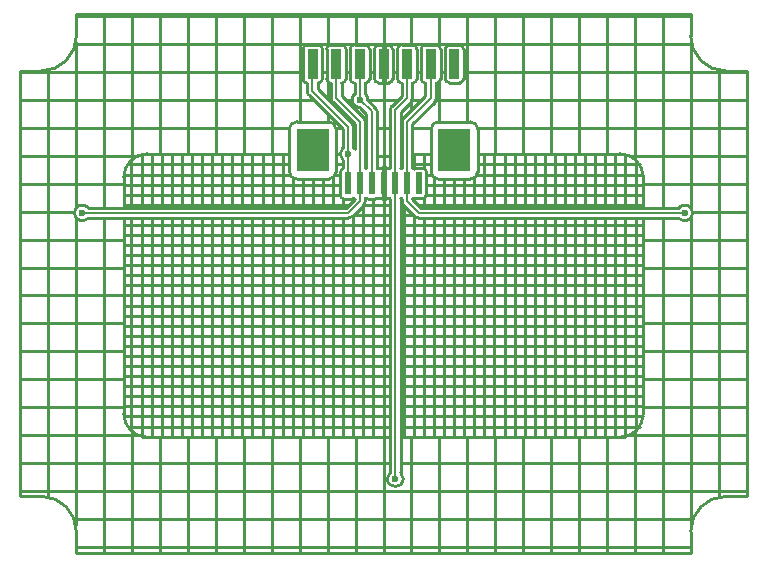
<source format=gbr>
G04 GENERATED BY PULSONIX 7.0 GERBER.DLL 4573*
%INHILLSTAR_50X30_EL_V1_0*%
%LNGERBER_BOTTOM*%
%FSLAX33Y33*%
%IPPOS*%
%LPD*%
%OFA0B0*%
%MOMM*%
%ADD145C,0.400*%
%ADD146C,0.250*%
%ADD180C,0.600*%
%ADD345C,0.150*%
%ADD403R,0.600X1.900*%
%ADD410R,2.700X3.600*%
%ADD5672R,0.900X2.500*%
X0Y0D02*
D02*
D145*
X129528Y134077D02*
Y133477D01*
Y135577D02*
Y136177D01*
Y143887D02*
Y143287D01*
Y145987D02*
Y146587D01*
D02*
D146*
X98728Y144337D02*
Y108337D01*
X100528*
G75*
G02X103528Y105337J-3000*
G01*
Y103537*
X155528*
Y105337*
G75*
G02X158528Y108337I3000*
G01*
X160328*
Y144337*
X158528*
G75*
G02X155528Y147337J3000*
G01*
Y149137*
X103528*
Y147337*
G75*
G02X100528Y144337I-3000*
G01*
X98728*
X104531Y131887D02*
G75*
G02X103353Y132337I-503J450D01*
G01*
G75*
G02X104531Y132787I675*
G01*
X107528*
Y135337*
G75*
G02X109528Y137337I2000*
G01*
X121553*
Y139427*
G75*
G02X122178Y140052I625*
G01*
X124878*
G75*
G02X125503Y139427J-625*
G01*
Y137337*
X125853*
G75*
G02X126078Y137840I675*
G01*
Y139401*
X123182Y142297*
G75*
G02X123050Y142615I318J318*
G01*
Y143313*
G75*
G02X122703Y143687I28J374*
G01*
Y146187*
G75*
G02X123078Y146562I375*
G01*
X123978*
G75*
G02X124353Y146187J-375*
G01*
Y143687*
G75*
G02X123978Y143312I-375*
G01*
X123950*
Y142801*
X126846Y139905*
G75*
G02X126978Y139587I-318J-318*
G01*
Y137840*
G75*
G02X127078Y137728I-451J-503*
G01*
Y139841*
X125210Y141709*
G75*
G02X125078Y142027I318J318*
G01*
Y143312*
G75*
G02X124703Y143687J375*
G01*
Y146187*
G75*
G02X125078Y146562I375*
G01*
X125978*
G75*
G02X126353Y146187J-375*
G01*
Y143687*
G75*
G02X125978Y143312I-375*
G01*
Y142213*
X127846Y140345*
G75*
G02X127978Y140027I-318J-318*
G01*
Y136121*
G75*
G02X128028Y136094I-153J-344*
G01*
G75*
G02X128078Y136121I203J-317*
G01*
Y140741*
X127566Y141253*
G75*
G02X127078Y142430I-38J674*
G01*
Y143312*
G75*
G02X126703Y143687J375*
G01*
Y146187*
G75*
G02X127078Y146562I375*
G01*
X127978*
G75*
G02X128353Y146187J-375*
G01*
Y143687*
G75*
G02X127978Y143312I-375*
G01*
Y142430*
G75*
G02X128202Y141889I-450J-503*
G01*
X128846Y141245*
G75*
G02X128978Y140927I-318J-318*
G01*
Y136121*
G75*
G02X129072Y136062I-151J-345*
G01*
G75*
G02X129228Y136102I156J-285*
G01*
X129828*
G75*
G02X129984Y136062J-325*
G01*
G75*
G02X130078Y136121I245J-286*
G01*
Y141027*
G75*
G02X130210Y141345I450*
G01*
X131078Y142213*
Y143312*
G75*
G02X130703Y143687J375*
G01*
Y146187*
G75*
G02X131078Y146562I375*
G01*
X131978*
G75*
G02X132353Y146187J-375*
G01*
Y143687*
G75*
G02X131978Y143312I-375*
G01*
Y142027*
G75*
G02X131846Y141709I-450*
G01*
X130978Y140841*
Y136121*
G75*
G02X131028Y136094I-153J-344*
G01*
G75*
G02X131078Y136121I203J-317*
G01*
Y140027*
G75*
G02X131210Y140345I450*
G01*
X133078Y142213*
Y143312*
G75*
G02X132703Y143687J375*
G01*
Y146187*
G75*
G02X133078Y146562I375*
G01*
X133978*
G75*
G02X134353Y146187J-375*
G01*
Y143687*
G75*
G02X133978Y143312I-375*
G01*
Y142027*
G75*
G02X133846Y141709I-450*
G01*
X131978Y139841*
Y137337*
X133553*
Y139427*
G75*
G02X134178Y140052I625*
G01*
X136878*
G75*
G02X137503Y139427J-625*
G01*
Y137337*
X149528*
G75*
G02X151528Y135337J-2000*
G01*
Y132787*
X154525*
G75*
G02X155703Y132337I503J-450*
G01*
G75*
G02X154525Y131887I-675*
G01*
X151528*
Y115337*
G75*
G02X149528Y113337I-2000*
G01*
X130978*
Y110340*
G75*
G02X131203Y109837I-450J-503*
G01*
G75*
G02X129853I-675*
G01*
G75*
G02X130078Y110340I675*
G01*
Y113337*
X109528*
G75*
G02X107528Y115337J2000*
G01*
Y131887*
X104531*
X128753Y143687D02*
Y146187D01*
G75*
G02X129078Y146512I325*
G01*
X129978*
G75*
G02X130303Y146187J-325*
G01*
Y143687*
G75*
G02X129978Y143362I-325*
G01*
X129078*
G75*
G02X128753Y143687J325*
G01*
X134753D02*
Y146187D01*
G75*
G02X135078Y146512I325*
G01*
X135978*
G75*
G02X136303Y146187J-325*
G01*
Y143687*
G75*
G02X135978Y143362I-325*
G01*
X135078*
G75*
G02X134753Y143687J325*
G01*
X103528Y104025D02*
X155528D01*
X103336Y106393D02*
X155720D01*
X98728Y108761D02*
X160328D01*
X98728Y111129D02*
X130078D01*
X130978D02*
X160328D01*
X98728Y113497D02*
X108745D01*
X150312D02*
X160328D01*
X98728Y115865D02*
X107528D01*
X151528D02*
X160328D01*
X98728Y118233D02*
X107528D01*
X151528D02*
X160328D01*
X98728Y120601D02*
X107528D01*
X151528D02*
X160328D01*
X98728Y122969D02*
X107528D01*
X151528D02*
X160328D01*
X98728Y125337D02*
X107528D01*
X151528D02*
X160328D01*
X98728Y127705D02*
X107528D01*
X151528D02*
X160328D01*
X98728Y130073D02*
X107528D01*
X151528D02*
X160328D01*
X98728Y132441D02*
X103361D01*
X155695D02*
X160328D01*
X98728Y134809D02*
X107528D01*
X151528D02*
X160328D01*
X98728Y137177D02*
X108745D01*
X127978D02*
X128078D01*
X128978D02*
X130078D01*
X130978D02*
X131078D01*
X150312D02*
X160328D01*
X98728Y139545D02*
X121564D01*
X125492D02*
X125934D01*
X126978D02*
X127078D01*
X127978D02*
X128078D01*
X128978D02*
X130078D01*
X130978D02*
X131078D01*
X131978D02*
X133564D01*
X137492D02*
X160328D01*
X98728Y141913D02*
X123566D01*
X124838D02*
X125093D01*
X126278D02*
X126853D01*
X128203D02*
X130778D01*
X131964D02*
X132778D01*
X133964D02*
X160328D01*
X98728Y144281D02*
X122703D01*
X124353D02*
X124703D01*
X126353D02*
X126703D01*
X128353D02*
X128753D01*
X130303D02*
X130703D01*
X132353D02*
X132703D01*
X134353D02*
X134753D01*
X136303D02*
X160328D01*
X103448Y146649D02*
X155608D01*
X103528Y149017D02*
X155528D01*
X101112Y108280D02*
Y144394D01*
X103480Y105873D02*
Y131943D01*
Y132731D02*
Y146801D01*
X105848Y103537D02*
Y131887D01*
Y132787D02*
Y149137D01*
X108216Y103537D02*
Y113828D01*
Y136846D02*
Y149137D01*
X110584Y103537D02*
Y113337D01*
Y137337D02*
Y149137D01*
X112952Y103537D02*
Y113337D01*
Y137337D02*
Y149137D01*
X115320Y103537D02*
Y113337D01*
Y137337D02*
Y149137D01*
X117688Y103537D02*
Y113337D01*
Y137337D02*
Y149137D01*
X120056Y103537D02*
Y113337D01*
Y137337D02*
Y149137D01*
X122424Y103537D02*
Y113337D01*
Y140052D02*
Y149137D01*
X124792Y103537D02*
Y113337D01*
Y140052D02*
Y140687D01*
Y141959D02*
Y143445D01*
Y146429D02*
Y149137D01*
X127160Y103537D02*
Y113337D01*
Y141031D02*
Y141361D01*
Y146562D02*
Y149137D01*
X129528Y103537D02*
Y113337D01*
Y136102D02*
Y143362D01*
Y146512D02*
Y149137D01*
X131896Y103537D02*
Y113337D01*
Y141031D02*
Y141768D01*
Y146562D02*
Y149137D01*
X134264Y103537D02*
Y113337D01*
Y140052D02*
Y143445D01*
Y146429D02*
Y149137D01*
X136632Y103537D02*
Y113337D01*
Y140052D02*
Y149137D01*
X139000Y103537D02*
Y113337D01*
Y137337D02*
Y149137D01*
X141368Y103537D02*
Y113337D01*
Y137337D02*
Y149137D01*
X143736Y103537D02*
Y113337D01*
Y137337D02*
Y149137D01*
X146104Y103537D02*
Y113337D01*
Y137337D02*
Y149137D01*
X148472Y103537D02*
Y113337D01*
Y137337D02*
Y149137D01*
X150840Y103537D02*
Y113828D01*
Y136846D02*
Y149137D01*
X153208Y103537D02*
Y131887D01*
Y132787D02*
Y149137D01*
X155576Y105873D02*
Y131943D01*
Y132731D02*
Y146801D01*
X157944Y108280D02*
Y144394D01*
X160313Y108337D02*
Y144337D01*
X107528Y131887D02*
Y115337D01*
G75*
G03X109528Y113337I2000*
G01*
X130078*
Y133533*
G75*
G02X129984Y133592I151J345*
G01*
G75*
G02X129828Y133552I-156J285*
G01*
X129228*
G75*
G02X129072Y133592J325*
G01*
G75*
G02X128828Y133502I-244J285*
G01*
X128228*
G75*
G02X128028Y133560J375*
G01*
G75*
G02X127978Y133533I-203J317*
G01*
Y133337*
G75*
G02X127846Y133019I-450*
G01*
X126846Y132019*
G75*
G02X126528Y131887I-318J318*
G01*
X107528*
X109082Y113387D02*
X130078D01*
X107855Y114241D02*
X130078D01*
X107543Y115094D02*
X130078D01*
X107528Y115948D02*
X130078D01*
X107528Y116802D02*
X130078D01*
X107528Y117655D02*
X130078D01*
X107528Y118509D02*
X130078D01*
X107528Y119362D02*
X130078D01*
X107528Y120216D02*
X130078D01*
X107528Y121069D02*
X130078D01*
X107528Y121923D02*
X130078D01*
X107528Y122776D02*
X130078D01*
X107528Y123630D02*
X130078D01*
X107528Y124483D02*
X130078D01*
X107528Y125337D02*
X130078D01*
X107528Y126191D02*
X130078D01*
X107528Y127044D02*
X130078D01*
X107528Y127898D02*
X130078D01*
X107528Y128751D02*
X130078D01*
X107528Y129605D02*
X130078D01*
X107528Y130458D02*
X130078D01*
X107528Y131312D02*
X130078D01*
X126993Y132165D02*
X130078D01*
X127846Y133019D02*
X130078D01*
X108189Y113851D02*
Y131887D01*
X109043Y113397D02*
Y131887D01*
X109896Y113337D02*
Y131887D01*
X110750Y113337D02*
Y131887D01*
X111604Y113337D02*
Y131887D01*
X112457Y113337D02*
Y131887D01*
X113311Y113337D02*
Y131887D01*
X114164Y113337D02*
Y131887D01*
X115018Y113337D02*
Y131887D01*
X115871Y113337D02*
Y131887D01*
X116725Y113337D02*
Y131887D01*
X117578Y113337D02*
Y131887D01*
X118432Y113337D02*
Y131887D01*
X119286Y113337D02*
Y131887D01*
X120139Y113337D02*
Y131887D01*
X120993Y113337D02*
Y131887D01*
X121846Y113337D02*
Y131887D01*
X122700Y113337D02*
Y131887D01*
X123553Y113337D02*
Y131887D01*
X124407Y113337D02*
Y131887D01*
X125260Y113337D02*
Y131887D01*
X126114Y113337D02*
Y131887D01*
X126967Y113337D02*
Y132140D01*
X127821Y113337D02*
Y132994D01*
X128675Y113337D02*
Y133502D01*
X129528Y113337D02*
Y133552D01*
X107528Y132787D02*
X126342D01*
X127078Y133523*
Y133533*
G75*
G02X127028Y133560I153J344*
G01*
G75*
G02X126828Y133502I-200J317*
G01*
X126228*
G75*
G02X125853Y133877J375*
G01*
Y135777*
G75*
G02X126078Y136121I375*
G01*
Y136834*
G75*
G02X125853Y137337I450J503*
G01*
X125503*
Y135827*
G75*
G02X124878Y135202I-625*
G01*
X122178*
G75*
G02X121553Y135827J625*
G01*
Y137337*
X109528*
G75*
G03X107528Y135337J-2000*
G01*
Y132787*
Y133019D02*
X126574D01*
X107528Y133873D02*
X125853D01*
X107528Y134726D02*
X125853D01*
X107543Y135580D02*
X121604D01*
X125452D02*
X125853D01*
X107855Y136433D02*
X121553D01*
X125503D02*
X126078D01*
X109082Y137287D02*
X121553D01*
X125503D02*
X125855D01*
X108189Y132787D02*
Y136823D01*
X109043Y132787D02*
Y137277D01*
X109896Y132787D02*
Y137337D01*
X110750Y132787D02*
Y137337D01*
X111604Y132787D02*
Y137337D01*
X112457Y132787D02*
Y137337D01*
X113311Y132787D02*
Y137337D01*
X114164Y132787D02*
Y137337D01*
X115018Y132787D02*
Y137337D01*
X115871Y132787D02*
Y137337D01*
X116725Y132787D02*
Y137337D01*
X117578Y132787D02*
Y137337D01*
X118432Y132787D02*
Y137337D01*
X119286Y132787D02*
Y137337D01*
X120139Y132787D02*
Y137337D01*
X120993Y132787D02*
Y137337D01*
X121846Y132787D02*
Y135297D01*
X122700Y132787D02*
Y135202D01*
X123553Y132787D02*
Y135202D01*
X124407Y132787D02*
Y135202D01*
X125260Y132787D02*
Y135333D01*
X126114Y132787D02*
Y133520D01*
X126967Y133413D02*
Y133529D01*
X130978Y113337D02*
X149528D01*
G75*
G03X151528Y115337J2000*
G01*
Y131887*
X132528*
G75*
G02X132210Y132019J450*
G01*
X131210Y133019*
G75*
G02X131078Y133337I318J318*
G01*
Y133533*
G75*
G02X131028Y133560I153J344*
G01*
G75*
G02X130978Y133533I-203J317*
G01*
Y113337*
Y113387D02*
X149974D01*
X130978Y114241D02*
X151201D01*
X130978Y115094D02*
X151513D01*
X130978Y115948D02*
X151528D01*
X130978Y116802D02*
X151528D01*
X130978Y117655D02*
X151528D01*
X130978Y118509D02*
X151528D01*
X130978Y119362D02*
X151528D01*
X130978Y120216D02*
X151528D01*
X130978Y121069D02*
X151528D01*
X130978Y121923D02*
X151528D01*
X130978Y122776D02*
X151528D01*
X130978Y123630D02*
X151528D01*
X130978Y124483D02*
X151528D01*
X130978Y125337D02*
X151528D01*
X130978Y126191D02*
X151528D01*
X130978Y127044D02*
X151528D01*
X130978Y127898D02*
X151528D01*
X130978Y128751D02*
X151528D01*
X130978Y129605D02*
X151528D01*
X130978Y130458D02*
X151528D01*
X130978Y131312D02*
X151528D01*
X130978Y132165D02*
X132063D01*
X130978Y133019D02*
X131210D01*
X131235Y113337D02*
Y132994D01*
X132089Y113337D02*
Y132140D01*
X132942Y113337D02*
Y131887D01*
X133796Y113337D02*
Y131887D01*
X134649Y113337D02*
Y131887D01*
X135503Y113337D02*
Y131887D01*
X136357Y113337D02*
Y131887D01*
X137210Y113337D02*
Y131887D01*
X138064Y113337D02*
Y131887D01*
X138917Y113337D02*
Y131887D01*
X139771Y113337D02*
Y131887D01*
X140624Y113337D02*
Y131887D01*
X141478Y113337D02*
Y131887D01*
X142331Y113337D02*
Y131887D01*
X143185Y113337D02*
Y131887D01*
X144038Y113337D02*
Y131887D01*
X144892Y113337D02*
Y131887D01*
X145746Y113337D02*
Y131887D01*
X146599Y113337D02*
Y131887D01*
X147453Y113337D02*
Y131887D01*
X148306Y113337D02*
Y131887D01*
X149160Y113337D02*
Y131887D01*
X150013Y113397D02*
Y131887D01*
X150867Y113851D02*
Y131887D01*
X131978Y137337D02*
Y136121D01*
G75*
G02X132072Y136062I-151J-345*
G01*
G75*
G02X132228Y136102I156J-285*
G01*
X132828*
G75*
G02X133153Y135777J-325*
G01*
Y133877*
G75*
G02X132828Y133552I-325*
G01*
X132228*
G75*
G02X132072Y133592J325*
G01*
G75*
G02X131978Y133533I-245J286*
G01*
Y133523*
X132715Y132787*
X151528*
Y135337*
G75*
G03X149528Y137337I-2000*
G01*
X137503*
Y135827*
G75*
G02X136878Y135202I-625*
G01*
X134178*
G75*
G02X133553Y135827J625*
G01*
Y137337*
X131978*
X132483Y133019D02*
X151528D01*
X133153Y133873D02*
X151528D01*
X133153Y134726D02*
X151528D01*
X133153Y135580D02*
X133604D01*
X137452D02*
X151513D01*
X131978Y136433D02*
X133553D01*
X137503D02*
X151201D01*
X131978Y137287D02*
X133553D01*
X137503D02*
X149974D01*
X132089Y133413D02*
Y133583D01*
Y136071D02*
Y137337D01*
X132942Y132787D02*
Y133573D01*
Y136081D02*
Y137337D01*
X133796Y132787D02*
Y135333D01*
X134649Y132787D02*
Y135202D01*
X135503Y132787D02*
Y135202D01*
X136357Y132787D02*
Y135202D01*
X137210Y132787D02*
Y135297D01*
X138064Y132787D02*
Y137337D01*
X138917Y132787D02*
Y137337D01*
X139771Y132787D02*
Y137337D01*
X140624Y132787D02*
Y137337D01*
X141478Y132787D02*
Y137337D01*
X142331Y132787D02*
Y137337D01*
X143185Y132787D02*
Y137337D01*
X144038Y132787D02*
Y137337D01*
X144892Y132787D02*
Y137337D01*
X145746Y132787D02*
Y137337D01*
X146599Y132787D02*
Y137337D01*
X147453Y132787D02*
Y137337D01*
X148306Y132787D02*
Y137337D01*
X149160Y132787D02*
Y137337D01*
X150013Y132787D02*
Y137277D01*
X150867Y132787D02*
Y136823D01*
D02*
D180*
X104028Y132337D03*
X123528Y144237D03*
Y145637D03*
X125528Y144237D03*
Y145637D03*
X126528Y137337D03*
X127528Y141927D03*
Y144237D03*
Y145637D03*
X129528Y144237D03*
Y145637D03*
X130528Y109837D03*
X131528Y144237D03*
Y145637D03*
X133528Y144237D03*
Y145637D03*
X135528Y144237D03*
Y145637D03*
X155028Y132337D03*
D02*
D345*
X104028D02*
X126528D01*
X127528Y133337*
Y140027*
X125528Y142027*
Y144237*
X126528Y137337D02*
Y134827D01*
Y137337D02*
Y139587D01*
X123500Y142615*
Y144237*
X123528*
X127528Y141927D02*
Y144237D01*
Y141927D02*
X128528Y140927D01*
Y134827*
X130528D02*
Y109837D01*
Y134827D02*
Y141027D01*
X131528Y142027*
Y144237*
Y134827D02*
Y133337D01*
X132528Y132337*
X155028*
X131528Y134827D02*
Y140027D01*
X133528Y142027*
Y144237*
D02*
D403*
X126528Y134827D03*
X127528D03*
X128528D03*
X129528D03*
X130528D03*
X131528D03*
X132528D03*
D02*
D410*
X123528Y137627D03*
X135528D03*
D02*
D5672*
X123528Y144937D03*
X125528D03*
X127528D03*
X129528D03*
X131528D03*
X133528D03*
X135528D03*
X0Y0D02*
M02*

</source>
